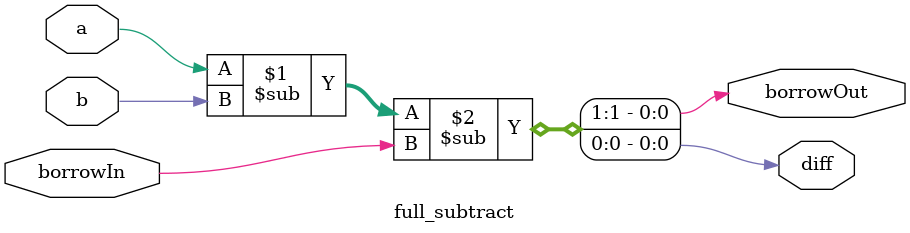
<source format=v>
module full_subtract(diff, borrowOut, a, b, borrowIn);
  output diff;
  output borrowOut;
  input a, b, borrowIn;
  assign {borrowOut, diff} = a - b - borrowIn;
  //result of subtraction is two bits; the MSB is borrowOut and the LSB
  //is diff.
endmodule
</source>
